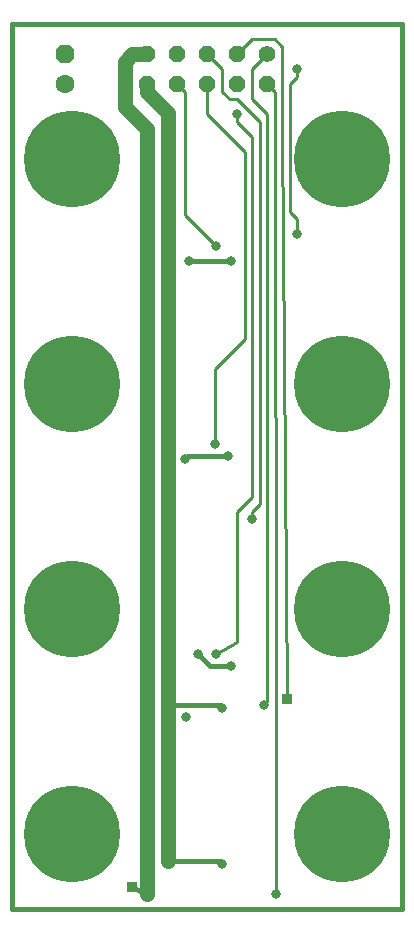
<source format=gbl>
G75*
G70*
%OFA0B0*%
%FSLAX24Y24*%
%IPPOS*%
%LPD*%
%AMOC8*
5,1,8,0,0,1.08239X$1,22.5*
%
%ADD10C,0.0160*%
%ADD11C,0.3200*%
%ADD12C,0.0560*%
%ADD13OC8,0.0560*%
%ADD14OC8,0.0630*%
%ADD15C,0.0630*%
%ADD16C,0.0500*%
%ADD17C,0.0317*%
%ADD18C,0.0100*%
%ADD19R,0.0317X0.0317*%
D10*
X000242Y000181D02*
X013242Y000181D01*
X013242Y029681D01*
X000242Y029681D01*
X000242Y000181D01*
X004242Y000931D02*
X004742Y000681D01*
X005442Y001781D02*
X007142Y001781D01*
X007242Y001681D01*
X007242Y006881D02*
X007142Y006981D01*
X005442Y006981D01*
X006842Y008281D02*
X006442Y008681D01*
X006842Y008281D02*
X007542Y008281D01*
X007442Y015281D02*
X006092Y015281D01*
X006142Y021781D02*
X007542Y021781D01*
D11*
X011242Y025181D03*
X011242Y017681D03*
X011242Y010181D03*
X011242Y002681D03*
X002242Y002681D03*
X002242Y010181D03*
X002242Y017681D03*
X002242Y025181D03*
D12*
X008742Y028681D03*
D13*
X008742Y027681D03*
X007742Y027681D03*
X007742Y028681D03*
X006742Y028681D03*
X006742Y027681D03*
X005742Y027681D03*
X005742Y028681D03*
X004742Y028681D03*
X004742Y027681D03*
D14*
X001992Y028681D03*
D15*
X001992Y027681D03*
D16*
X003992Y026931D02*
X003992Y028431D01*
X004242Y028681D01*
X004742Y028681D01*
X004742Y027681D02*
X004742Y027431D01*
X005442Y026731D01*
X005442Y020281D01*
X005442Y013781D01*
X005442Y006981D01*
X005442Y001781D01*
X004742Y000681D02*
X004742Y006581D01*
X004742Y008881D01*
X004742Y014681D01*
X004742Y021181D01*
X004742Y026181D01*
X003992Y026931D01*
D17*
X006142Y021781D03*
X005442Y020281D03*
X004742Y021181D03*
X007042Y022281D03*
X007542Y021781D03*
X007742Y026681D03*
X009742Y028181D03*
X009742Y022681D03*
X006992Y015681D03*
X007442Y015281D03*
X008242Y013181D03*
X007042Y008681D03*
X007542Y008281D03*
X007242Y006881D03*
X006442Y008681D03*
X006042Y006581D03*
X004742Y006581D03*
X004742Y008881D03*
X005442Y013781D03*
X004742Y014681D03*
X005992Y015181D03*
X008642Y006981D03*
X007242Y001681D03*
X009042Y000681D03*
D18*
X009042Y005881D01*
X008992Y027431D01*
X008742Y027681D01*
X008242Y028181D02*
X008742Y028681D01*
X009242Y028931D02*
X008992Y029181D01*
X008242Y029181D01*
X007742Y028681D01*
X008242Y028181D02*
X008242Y027181D01*
X008742Y026681D01*
X008742Y007081D01*
X008642Y006981D01*
X009392Y007181D02*
X009242Y026181D01*
X009242Y028931D01*
X009742Y028181D02*
X009742Y027931D01*
X009492Y027681D01*
X009492Y023431D01*
X009742Y023181D01*
X009742Y022681D01*
X008242Y025931D02*
X007742Y026431D01*
X007742Y026681D01*
X007742Y027181D02*
X007492Y027181D01*
X007242Y027431D01*
X007242Y028181D01*
X006742Y028681D01*
X006742Y027681D02*
X006742Y026681D01*
X007992Y025431D01*
X007992Y019181D01*
X006992Y018181D01*
X006992Y015681D01*
X006092Y015281D02*
X005992Y015181D01*
X007742Y013431D02*
X008242Y013931D01*
X008242Y025931D01*
X008492Y026431D02*
X007742Y027181D01*
X008492Y026431D02*
X008492Y013681D01*
X008242Y013431D01*
X008242Y013181D01*
X007742Y013431D02*
X007742Y009081D01*
X007042Y008681D01*
X007042Y022281D02*
X005992Y023331D01*
X005992Y027431D01*
X005742Y027681D01*
D19*
X009392Y007181D03*
X004242Y000931D03*
M02*

</source>
